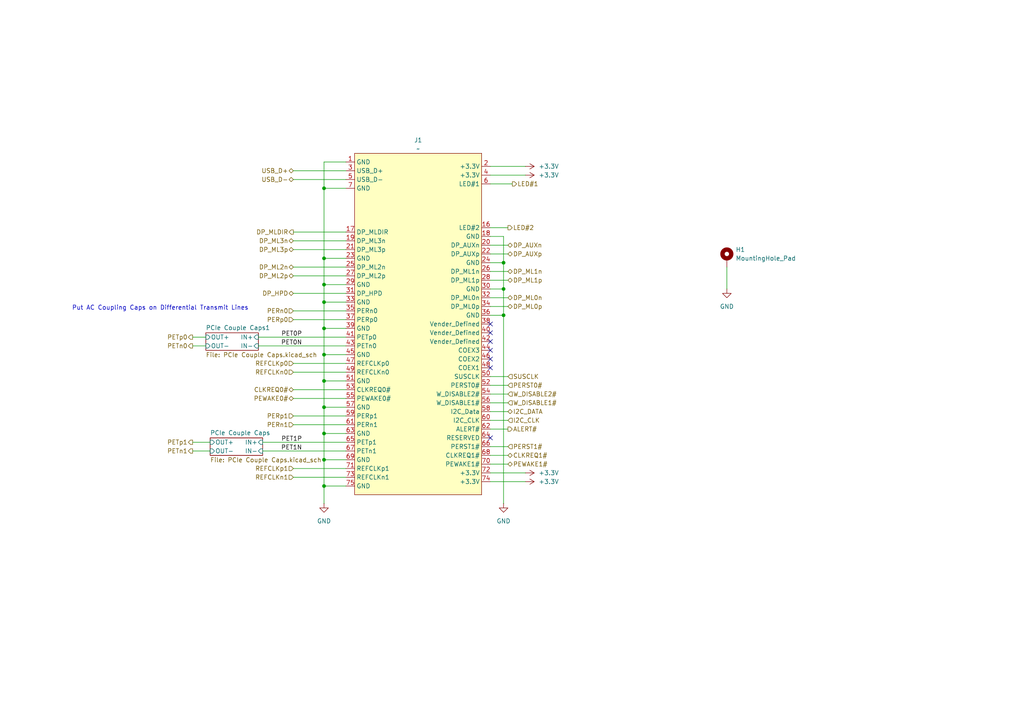
<source format=kicad_sch>
(kicad_sch (version 20250114) (generator "eeschema") (generator_version "9.0")
  (paper "A4")
  (lib_symbols
    (symbol "Mechanical:MountingHole_Pad" (pin_numbers (hide yes)) (pin_names (offset 1.016) (hide yes)) (in_bom no)
      (property "Reference" "H" (at 0 6.35 0))
      (property "Value" "MountingHole_Pad" (at 0 4.445 0))
      (symbol "MountingHole_Pad_0_1"
        (circle (center 0 1.27) (radius 1.27) (stroke (width 1.27)))
      )
      (symbol "MountingHole_Pad_1_1"
        (pin input line (at 0 -2.54 90) (length 2.54) (name "1") (number "1"))
      )
    )
    (symbol "PCIexpress:M.2_A_Key"
      (property "Reference" "J" (at 0 0 0))
      (symbol "M.2_A_Key_0_1"
        (rectangle (start -17.78 -5.08) (end 19.05 -104.14) (fill (type background)))
      )
      (symbol "M.2_A_Key_1_1"
        (pin power_in line (at -20.32 -7.62 0) (length 2.54) (name "GND") (number "1"))
        (pin bidirectional line (at -20.32 -10.16 0) (length 2.54) (name "USB_D+") (number "3"))
        (pin bidirectional line (at -20.32 -12.7 0) (length 2.54) (name "USB_D-") (number "5"))
        (pin power_in line (at -20.32 -15.24 0) (length 2.54) (name "GND") (number "7"))
        (pin output line (at -20.32 -27.94 0) (length 2.54) (name "DP_MLDIR") (number "17"))
        (pin bidirectional line (at -20.32 -30.48 0) (length 2.54) (name "DP_ML3n") (number "19"))
        (pin bidirectional line (at -20.32 -33.02 0) (length 2.54) (name "DP_ML3p") (number "21"))
        (pin power_in line (at -20.32 -35.56 0) (length 2.54) (name "GND") (number "23"))
        (pin bidirectional line (at -20.32 -38.1 0) (length 2.54) (name "DP_ML2n") (number "25"))
        (pin bidirectional line (at -20.32 -40.64 0) (length 2.54) (name "DP_ML2p") (number "27"))
        (pin power_in line (at -20.32 -43.18 0) (length 2.54) (name "GND") (number "29"))
        (pin bidirectional line (at -20.32 -45.72 0) (length 2.54) (name "DP_HPD") (number "31"))
        (pin power_in line (at -20.32 -48.26 0) (length 2.54) (name "GND") (number "33"))
        (pin input line (at -20.32 -50.8 0) (length 2.54) (name "PERn0") (number "35"))
        (pin input line (at -20.32 -53.34 0) (length 2.54) (name "PERp0") (number "37"))
        (pin power_in line (at -20.32 -55.88 0) (length 2.54) (name "GND") (number "39"))
        (pin output line (at -20.32 -58.42 0) (length 2.54) (name "PETp0") (number "41"))
        (pin output line (at -20.32 -60.96 0) (length 2.54) (name "PETn0") (number "43"))
        (pin power_in line (at -20.32 -63.5 0) (length 2.54) (name "GND") (number "45"))
        (pin input line (at -20.32 -66.04 0) (length 2.54) (name "REFCLKp0") (number "47"))
        (pin input line (at -20.32 -68.58 0) (length 2.54) (name "REFCLKn0") (number "49"))
        (pin power_in line (at -20.32 -71.12 0) (length 2.54) (name "GND") (number "51"))
        (pin bidirectional line (at -20.32 -73.66 0) (length 2.54) (name "CLKREQ0#") (number "53"))
        (pin bidirectional line (at -20.32 -76.2 0) (length 2.54) (name "PEWAKE0#") (number "55"))
        (pin power_in line (at -20.32 -78.74 0) (length 2.54) (name "GND") (number "57"))
        (pin input line (at -20.32 -81.28 0) (length 2.54) (name "PERp1") (number "59"))
        (pin input line (at -20.32 -83.82 0) (length 2.54) (name "PERn1") (number "61"))
        (pin power_in line (at -20.32 -86.36 0) (length 2.54) (name "GND") (number "63"))
        (pin output line (at -20.32 -88.9 0) (length 2.54) (name "PETp1") (number "65"))
        (pin output line (at -20.32 -91.44 0) (length 2.54) (name "PETn1") (number "67"))
        (pin passive line (at -20.32 -93.98 0) (length 2.54) (name "GND") (number "69"))
        (pin input line (at -20.32 -96.52 0) (length 2.54) (name "REFCLKp1") (number "71"))
        (pin input line (at -20.32 -99.06 0) (length 2.54) (name "REFCLKn1") (number "73"))
        (pin power_in line (at -20.32 -101.6 0) (length 2.54) (name "GND") (number "75"))
        (pin power_in line (at 21.59 -8.89 180) (length 2.54) (name "+3.3V") (number "2"))
        (pin power_in line (at 21.59 -11.43 180) (length 2.54) (name "+3.3V") (number "4"))
        (pin output line (at 21.59 -13.97 180) (length 2.54) (name "LED#1") (number "6"))
        (pin output line (at 21.59 -26.67 180) (length 2.54) (name "LED#2") (number "16"))
        (pin power_in line (at 21.59 -29.21 180) (length 2.54) (name "GND") (number "18"))
        (pin bidirectional line (at 21.59 -31.75 180) (length 2.54) (name "DP_AUXn") (number "20"))
        (pin bidirectional line (at 21.59 -34.29 180) (length 2.54) (name "DP_AUXp") (number "22"))
        (pin power_in line (at 21.59 -36.83 180) (length 2.54) (name "GND") (number "24"))
        (pin bidirectional line (at 21.59 -39.37 180) (length 2.54) (name "DP_ML1n") (number "26"))
        (pin bidirectional line (at 21.59 -41.91 180) (length 2.54) (name "DP_ML1p") (number "28"))
        (pin power_in line (at 21.59 -44.45 180) (length 2.54) (name "GND") (number "30"))
        (pin bidirectional line (at 21.59 -46.99 180) (length 2.54) (name "DP_ML0n") (number "32"))
        (pin bidirectional line (at 21.59 -49.53 180) (length 2.54) (name "DP_ML0p") (number "34"))
        (pin power_in line (at 21.59 -52.07 180) (length 2.54) (name "GND") (number "36"))
        (pin unspecified line (at 21.59 -54.61 180) (length 2.54) (name "Vender_Defined") (number "38"))
        (pin unspecified line (at 21.59 -57.15 180) (length 2.54) (name "Vender_Defined") (number "40"))
        (pin unspecified line (at 21.59 -59.69 180) (length 2.54) (name "Vender_Defined") (number "42"))
        (pin bidirectional line (at 21.59 -62.23 180) (length 2.54) (name "COEX3") (number "44"))
        (pin bidirectional line (at 21.59 -64.77 180) (length 2.54) (name "COEX2") (number "46"))
        (pin bidirectional line (at 21.59 -67.31 180) (length 2.54) (name "COEX1") (number "48"))
        (pin input line (at 21.59 -69.85 180) (length 2.54) (name "SUSCLK") (number "50"))
        (pin input line (at 21.59 -72.39 180) (length 2.54) (name "PERST0#") (number "52"))
        (pin input line (at 21.59 -74.93 180) (length 2.54) (name "W_DISABLE2#") (number "54"))
        (pin input line (at 21.59 -77.47 180) (length 2.54) (name "W_DISABLE1#") (number "56"))
        (pin bidirectional line (at 21.59 -80.01 180) (length 2.54) (name "I2C_Data") (number "58"))
        (pin input line (at 21.59 -82.55 180) (length 2.54) (name "I2C_CLK") (number "60"))
        (pin output line (at 21.59 -85.09 180) (length 2.54) (name "ALERT#") (number "62"))
        (pin unspecified line (at 21.59 -87.63 180) (length 2.54) (name "RESERVED") (number "64"))
        (pin input line (at 21.59 -90.17 180) (length 2.54) (name "PERST1#") (number "66"))
        (pin bidirectional line (at 21.59 -92.71 180) (length 2.54) (name "CLKREQ1#") (number "68"))
        (pin bidirectional line (at 21.59 -95.25 180) (length 2.54) (name "PEWAKE1#") (number "70"))
        (pin power_in line (at 21.59 -97.79 180) (length 2.54) (name "+3.3V") (number "72"))
        (pin power_in line (at 21.59 -100.33 180) (length 2.54) (name "+3.3V") (number "74"))
      )
    )
    (symbol "power:+3.3V" (power) (pin_numbers (hide yes)) (pin_names (offset 0) (hide yes))
      (property "Value" "+3.3V" (at 0 3.556 0))
      (symbol "+3.3V_0_1"
        (polyline (pts (xy -0.762 1.27) (xy 0 2.54)))
        (polyline (pts (xy 0 2.54) (xy 0.762 1.27)))
        (polyline (pts (xy 0 0) (xy 0 2.54)))
      )
      (symbol "+3.3V_1_1"
        (pin power_in line (at 0 0 90) (length 0) (name "~") (number "1"))
      )
    )
    (symbol "power:GND" (power) (pin_numbers (hide yes)) (pin_names (offset 0) (hide yes))
      (property "Value" "GND" (at 0 -3.81 0))
      (symbol "GND_0_1"
        (polyline (pts (xy 0 0) (xy 0 -1.27) (xy 1.27 -1.27) (xy 0 -2.54) (xy -1.27 -1.27) (xy 0 -1.27)))
      )
      (symbol "GND_1_1"
        (pin power_in line (at 0 0 270) (length 0) (name "~") (number "1"))
      )
    )
  )
  (text "Put AC Coupling Caps on Differential Transmit Lines" (at 46.482 89.408 0) (effects (font (size 1.27 1.27))))
  (junction (at 93.98 102.87))
  (junction (at 93.98 110.49))
  (junction (at 146.05 91.44))
  (junction (at 93.98 74.93))
  (junction (at 93.98 87.63))
  (junction (at 146.05 83.82))
  (junction (at 93.98 140.97))
  (junction (at 93.98 54.61))
  (junction (at 93.98 118.11))
  (junction (at 93.98 95.25))
  (junction (at 93.98 125.73))
  (junction (at 93.98 82.55))
  (junction (at 146.05 76.2))
  (junction (at 93.98 133.35))
  (no_connect (at 142.24 101.6))
  (no_connect (at 142.24 127))
  (no_connect (at 142.24 104.14))
  (no_connect (at 142.24 106.68))
  (no_connect (at 142.24 96.52))
  (no_connect (at 142.24 99.06))
  (no_connect (at 142.24 93.98))
  (wire (pts (xy 142.24 86.36) (xy 147.32 86.36)))
  (wire (pts (xy 93.98 118.11) (xy 93.98 125.73)))
  (wire (pts (xy 146.05 83.82) (xy 146.05 91.44)))
  (wire (pts (xy 76.2 128.27) (xy 100.33 128.27)))
  (wire (pts (xy 93.98 133.35) (xy 93.98 140.97)))
  (wire (pts (xy 93.98 110.49) (xy 93.98 118.11)))
  (wire (pts (xy 93.98 54.61) (xy 93.98 74.93)))
  (wire (pts (xy 74.93 100.33) (xy 100.33 100.33)))
  (wire (pts (xy 210.82 77.47) (xy 210.82 83.82)))
  (wire (pts (xy 142.24 48.26) (xy 152.4 48.26)))
  (wire (pts (xy 142.24 71.12) (xy 147.32 71.12)))
  (wire (pts (xy 85.09 120.65) (xy 100.33 120.65)))
  (wire (pts (xy 100.33 140.97) (xy 93.98 140.97)))
  (wire (pts (xy 142.24 111.76) (xy 147.32 111.76)))
  (wire (pts (xy 142.24 66.04) (xy 147.32 66.04)))
  (wire (pts (xy 93.98 102.87) (xy 93.98 110.49)))
  (wire (pts (xy 85.09 90.17) (xy 100.33 90.17)))
  (wire (pts (xy 100.33 46.99) (xy 93.98 46.99)))
  (wire (pts (xy 142.24 119.38) (xy 147.32 119.38)))
  (wire (pts (xy 100.33 82.55) (xy 93.98 82.55)))
  (wire (pts (xy 142.24 76.2) (xy 146.05 76.2)))
  (wire (pts (xy 93.98 74.93) (xy 93.98 82.55)))
  (wire (pts (xy 100.33 74.93) (xy 93.98 74.93)))
  (wire (pts (xy 85.09 49.53) (xy 100.33 49.53)))
  (wire (pts (xy 74.93 97.79) (xy 100.33 97.79)))
  (wire (pts (xy 93.98 46.99) (xy 93.98 54.61)))
  (wire (pts (xy 142.24 68.58) (xy 146.05 68.58)))
  (wire (pts (xy 100.33 110.49) (xy 93.98 110.49)))
  (wire (pts (xy 100.33 118.11) (xy 93.98 118.11)))
  (wire (pts (xy 85.09 52.07) (xy 100.33 52.07)))
  (wire (pts (xy 100.33 125.73) (xy 93.98 125.73)))
  (wire (pts (xy 142.24 91.44) (xy 146.05 91.44)))
  (wire (pts (xy 142.24 81.28) (xy 147.32 81.28)))
  (wire (pts (xy 55.88 100.33) (xy 59.69 100.33)))
  (wire (pts (xy 142.24 121.92) (xy 147.32 121.92)))
  (wire (pts (xy 100.33 54.61) (xy 93.98 54.61)))
  (wire (pts (xy 85.09 80.01) (xy 100.33 80.01)))
  (wire (pts (xy 55.88 128.27) (xy 60.96 128.27)))
  (wire (pts (xy 142.24 114.3) (xy 147.32 114.3)))
  (wire (pts (xy 55.88 97.79) (xy 59.69 97.79)))
  (wire (pts (xy 142.24 53.34) (xy 148.59 53.34)))
  (wire (pts (xy 85.09 77.47) (xy 100.33 77.47)))
  (wire (pts (xy 93.98 82.55) (xy 93.98 87.63)))
  (wire (pts (xy 100.33 87.63) (xy 93.98 87.63)))
  (wire (pts (xy 142.24 132.08) (xy 147.32 132.08)))
  (wire (pts (xy 85.09 92.71) (xy 100.33 92.71)))
  (wire (pts (xy 142.24 78.74) (xy 147.32 78.74)))
  (wire (pts (xy 142.24 83.82) (xy 146.05 83.82)))
  (wire (pts (xy 142.24 124.46) (xy 147.32 124.46)))
  (wire (pts (xy 142.24 50.8) (xy 152.4 50.8)))
  (wire (pts (xy 146.05 91.44) (xy 146.05 146.05)))
  (wire (pts (xy 85.09 105.41) (xy 100.33 105.41)))
  (wire (pts (xy 142.24 109.22) (xy 147.32 109.22)))
  (wire (pts (xy 93.98 87.63) (xy 93.98 95.25)))
  (wire (pts (xy 142.24 134.62) (xy 147.32 134.62)))
  (wire (pts (xy 85.09 113.03) (xy 100.33 113.03)))
  (wire (pts (xy 142.24 137.16) (xy 152.4 137.16)))
  (wire (pts (xy 55.88 130.81) (xy 60.96 130.81)))
  (wire (pts (xy 146.05 76.2) (xy 146.05 83.82)))
  (wire (pts (xy 85.09 67.31) (xy 100.33 67.31)))
  (wire (pts (xy 142.24 73.66) (xy 147.32 73.66)))
  (wire (pts (xy 85.09 69.85) (xy 100.33 69.85)))
  (wire (pts (xy 85.09 85.09) (xy 100.33 85.09)))
  (wire (pts (xy 142.24 116.84) (xy 147.32 116.84)))
  (wire (pts (xy 93.98 95.25) (xy 93.98 102.87)))
  (wire (pts (xy 85.09 115.57) (xy 100.33 115.57)))
  (wire (pts (xy 100.33 102.87) (xy 93.98 102.87)))
  (wire (pts (xy 100.33 133.35) (xy 93.98 133.35)))
  (wire (pts (xy 142.24 139.7) (xy 152.4 139.7)))
  (wire (pts (xy 85.09 135.89) (xy 100.33 135.89)))
  (wire (pts (xy 85.09 138.43) (xy 100.33 138.43)))
  (wire (pts (xy 85.09 123.19) (xy 100.33 123.19)))
  (wire (pts (xy 142.24 129.54) (xy 147.32 129.54)))
  (wire (pts (xy 76.2 130.81) (xy 100.33 130.81)))
  (wire (pts (xy 93.98 125.73) (xy 93.98 133.35)))
  (wire (pts (xy 100.33 95.25) (xy 93.98 95.25)))
  (wire (pts (xy 85.09 72.39) (xy 100.33 72.39)))
  (wire (pts (xy 142.24 88.9) (xy 147.32 88.9)))
  (wire (pts (xy 85.09 107.95) (xy 100.33 107.95)))
  (wire (pts (xy 93.98 140.97) (xy 93.98 146.05)))
  (wire (pts (xy 146.05 68.58) (xy 146.05 76.2)))
  (label "PET0P" (at 87.63 97.79 180))
  (label "PET1N" (at 87.63 130.81 180))
  (label "PET0N" (at 87.63 100.33 180))
  (label "PET1P" (at 87.63 128.27 180))
  (hierarchical_label "USB_D-" (shape bidirectional) (at 85.09 52.07 180))
  (hierarchical_label "LED#2" (shape output) (at 147.32 66.04 0))
  (hierarchical_label "PERST1#" (shape input) (at 147.32 129.54 0))
  (hierarchical_label "DP_AUXn" (shape bidirectional) (at 147.32 71.12 0))
  (hierarchical_label "PEWAKE1#" (shape bidirectional) (at 147.32 134.62 0))
  (hierarchical_label "CLKREQ1#" (shape bidirectional) (at 147.32 132.08 0))
  (hierarchical_label "REFCLKn0" (shape input) (at 85.09 107.95 180))
  (hierarchical_label "PETn1" (shape output) (at 55.88 130.81 180))
  (hierarchical_label "REFCLKn1" (shape input) (at 85.09 138.43 180))
  (hierarchical_label "DP_ML1p" (shape bidirectional) (at 147.32 81.28 0))
  (hierarchical_label "REFCLKp0" (shape input) (at 85.09 105.41 180))
  (hierarchical_label "PERp1" (shape input) (at 85.09 120.65 180))
  (hierarchical_label "SUSCLK" (shape input) (at 147.32 109.22 0))
  (hierarchical_label "USB_D+" (shape bidirectional) (at 85.09 49.53 180))
  (hierarchical_label "DP_ML0p" (shape bidirectional) (at 147.32 88.9 0))
  (hierarchical_label "PEWAKE0#" (shape bidirectional) (at 85.09 115.57 180))
  (hierarchical_label "DP_ML0n" (shape bidirectional) (at 147.32 86.36 0))
  (hierarchical_label "PERn1" (shape input) (at 85.09 123.19 180))
  (hierarchical_label "DP_MLDIR" (shape output) (at 85.09 67.31 180))
  (hierarchical_label "LED#1" (shape output) (at 148.59 53.34 0))
  (hierarchical_label "DP_ML3p" (shape bidirectional) (at 85.09 72.39 180))
  (hierarchical_label "DP_ML3n" (shape bidirectional) (at 85.09 69.85 180))
  (hierarchical_label "DP_ML2p" (shape bidirectional) (at 85.09 80.01 180))
  (hierarchical_label "PERp0" (shape input) (at 85.09 92.71 180))
  (hierarchical_label "W_DISABLE2#" (shape input) (at 147.32 114.3 0))
  (hierarchical_label "PETp1" (shape output) (at 55.88 128.27 180))
  (hierarchical_label "DP_ML1n" (shape bidirectional) (at 147.32 78.74 0))
  (hierarchical_label "PETp0" (shape output) (at 55.88 97.79 180))
  (hierarchical_label "W_DISABLE1#" (shape input) (at 147.32 116.84 0))
  (hierarchical_label "REFCLKp1" (shape input) (at 85.09 135.89 180))
  (hierarchical_label "PERn0" (shape input) (at 85.09 90.17 180))
  (hierarchical_label "I2C_DATA" (shape bidirectional) (at 147.32 119.38 0))
  (hierarchical_label "I2C_CLK" (shape input) (at 147.32 121.92 0))
  (hierarchical_label "ALERT#" (shape output) (at 147.32 124.46 0))
  (hierarchical_label "DP_HPD" (shape bidirectional) (at 85.09 85.09 180))
  (hierarchical_label "PERST0#" (shape input) (at 147.32 111.76 0))
  (hierarchical_label "DP_ML2n" (shape bidirectional) (at 85.09 77.47 180))
  (hierarchical_label "CLKREQ0#" (shape bidirectional) (at 85.09 113.03 180))
  (hierarchical_label "PETn0" (shape output) (at 55.88 100.33 180))
  (hierarchical_label "DP_AUXp" (shape bidirectional) (at 147.32 73.66 0))
  (symbol (lib_id "power:+3.3V") (at 152.4 137.16 270) (unit 1)
    (property "Reference" "#PWR05" (effects (hide yes)))
    (property "Value" "+3.3V" (at 156.21 137.1599 90) (effects (justify left)))
    (property "Description" "Power symbol creates a global label with name \"+3.3V\"" (effects (hide yes)))
  )
  (symbol (lib_id "PCIexpress:M.2_A_Key") (at 120.65 39.37 0) (unit 1)
    (property "Reference" "J1" (at 121.285 40.64 0))
    (property "Value" "~" (at 121.285 43.18 0))
    (property "Footprint" "PCIexpress:M.2 A Key Connector" (effects (hide yes)))
    (property "Note" "Check PCIe M.2 Specification for Pin Alt mode functions. Check your socket pinout for pin functions." (effects (hide yes)))
  )
  (symbol (lib_id "power:GND") (at 93.98 146.05 0) (unit 1)
    (property "Reference" "#PWR01" (effects (hide yes)))
    (property "Value" "GND" (at 93.98 151.13 0))
    (property "Description" "Power symbol creates a global label with name \"GND\" , ground" (effects (hide yes)))
  )
  (symbol (lib_id "power:+3.3V") (at 152.4 50.8 270) (unit 1)
    (property "Reference" "#PWR04" (effects (hide yes)))
    (property "Value" "+3.3V" (at 156.21 50.7999 90) (effects (justify left)))
    (property "Description" "Power symbol creates a global label with name \"+3.3V\"" (effects (hide yes)))
  )
  (symbol (lib_id "power:GND") (at 210.82 83.82 0) (unit 1)
    (property "Reference" "#PWR07" (effects (hide yes)))
    (property "Value" "GND" (at 210.82 88.9 0))
    (property "Description" "Power symbol creates a global label with name \"GND\" , ground" (effects (hide yes)))
  )
  (symbol (lib_id "power:+3.3V") (at 152.4 48.26 270) (unit 1)
    (property "Reference" "#PWR03" (effects (hide yes)))
    (property "Value" "+3.3V" (at 156.21 48.2599 90) (effects (justify left)))
    (property "Description" "Power symbol creates a global label with name \"+3.3V\"" (effects (hide yes)))
  )
  (symbol (lib_id "power:+3.3V") (at 152.4 139.7 270) (unit 1)
    (property "Reference" "#PWR06" (effects (hide yes)))
    (property "Value" "+3.3V" (at 156.21 139.6999 90) (effects (justify left)))
    (property "Description" "Power symbol creates a global label with name \"+3.3V\"" (effects (hide yes)))
  )
  (symbol (lib_id "power:GND") (at 146.05 146.05 0) (unit 1)
    (property "Reference" "#PWR02" (effects (hide yes)))
    (property "Value" "GND" (at 146.05 151.13 0))
    (property "Description" "Power symbol creates a global label with name \"GND\" , ground" (effects (hide yes)))
  )
  (symbol (lib_id "Mechanical:MountingHole_Pad") (at 210.82 74.93 0) (unit 1) (in_bom no)
    (property "Reference" "H1" (at 213.36 72.3899 0) (effects (justify left)))
    (property "Value" "MountingHole_Pad" (at 213.36 74.9299 0) (effects (justify left)))
    (property "Footprint" "PCIexpress:M.2 Mounting Pad" (effects (hide yes)))
    (property "Description" "Mounting Hole with connection" (effects (hide yes)))
  )
  (sheet (at 59.69 96.52) (size 15.24 5.08) (stroke (width 0.1524))
    (property "Sheetname" "PCIe Couple Caps1" (at 59.69 95.8084 0) (effects (justify left bottom)))
    (property "Sheetfile" "PCIe Couple Caps.kicad_sch" (at 59.69 102.1846 0) (effects (justify left top)))
    (pin "OUT-" input (at 59.69 100.33 180))
    (pin "IN+" input (at 74.93 97.79 0))
    (pin "OUT+" input (at 59.69 97.79 180))
    (pin "IN-" input (at 74.93 100.33 0))
  )
  (sheet (at 60.96 127) (size 15.24 5.08) (stroke (width 0.1524))
    (property "Sheetname" "PCIe Couple Caps" (at 60.96 126.2884 0) (effects (justify left bottom)))
    (property "Sheetfile" "PCIe Couple Caps.kicad_sch" (at 60.96 132.6646 0) (effects (justify left top)))
    (pin "OUT-" input (at 60.96 130.81 180))
    (pin "IN+" input (at 76.2 128.27 0))
    (pin "OUT+" input (at 60.96 128.27 180))
    (pin "IN-" input (at 76.2 130.81 0))
  )
)
</source>
